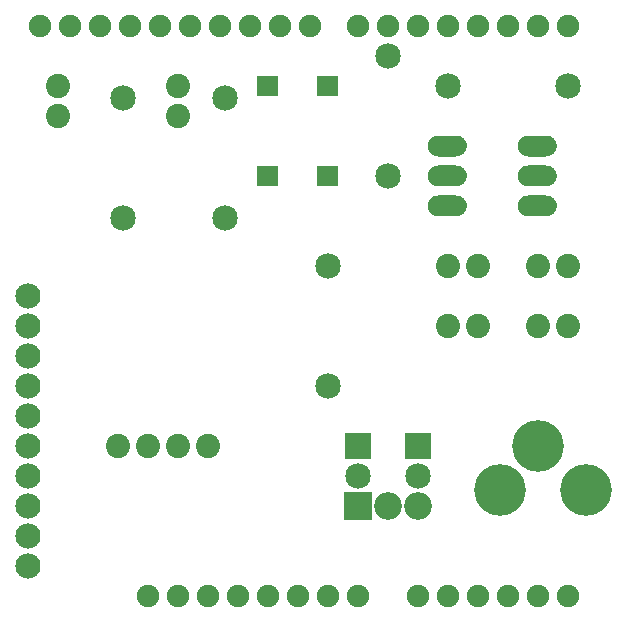
<source format=gts>
G04 MADE WITH FRITZING*
G04 WWW.FRITZING.ORG*
G04 DOUBLE SIDED*
G04 HOLES PLATED*
G04 CONTOUR ON CENTER OF CONTOUR VECTOR*
%ASAXBY*%
%FSLAX23Y23*%
%MOIN*%
%OFA0B0*%
%SFA1.0B1.0*%
%ADD10C,0.172000*%
%ADD11C,0.069370*%
%ADD12C,0.075278*%
%ADD13C,0.084000*%
%ADD14C,0.092000*%
%ADD15C,0.080866*%
%ADD16C,0.085000*%
%ADD17C,0.070000*%
%ADD18R,0.092000X0.092000*%
%ADD19R,0.085000X0.085000*%
%ADD20R,0.001000X0.001000*%
%LNMASK1*%
G90*
G70*
G54D10*
X1830Y450D03*
X2118Y451D03*
X1955Y598D03*
X1830Y450D03*
X2118Y451D03*
X1955Y598D03*
G54D11*
X1255Y1798D03*
X1255Y1498D03*
X1055Y1798D03*
X1055Y1498D03*
X1255Y1798D03*
X1255Y1498D03*
X1055Y1798D03*
X1055Y1498D03*
G54D12*
X1655Y98D03*
X1755Y98D03*
X1855Y98D03*
X1955Y98D03*
X2055Y98D03*
X1195Y1998D03*
X1095Y1998D03*
X995Y1998D03*
X895Y1998D03*
X795Y1998D03*
X695Y1998D03*
X595Y1998D03*
X495Y1998D03*
X395Y1998D03*
X295Y1998D03*
X2055Y1998D03*
X1955Y1998D03*
X1855Y1998D03*
X1755Y1998D03*
X1655Y1998D03*
X1555Y1998D03*
X1455Y1998D03*
X1355Y1998D03*
X755Y98D03*
X655Y98D03*
X855Y98D03*
X955Y98D03*
X1055Y98D03*
X1155Y98D03*
X1255Y98D03*
X1355Y98D03*
X1555Y98D03*
G54D13*
X255Y698D03*
X255Y798D03*
X255Y898D03*
X255Y798D03*
X255Y1098D03*
X255Y998D03*
X255Y598D03*
X255Y498D03*
X255Y398D03*
X255Y298D03*
X255Y198D03*
X255Y1098D03*
G54D14*
X1355Y398D03*
X1455Y398D03*
X1555Y398D03*
X1355Y398D03*
X1455Y398D03*
X1555Y398D03*
G54D15*
X555Y598D03*
X655Y598D03*
X755Y598D03*
X855Y598D03*
X555Y598D03*
X655Y598D03*
X755Y598D03*
X855Y598D03*
G54D16*
X1355Y598D03*
X1355Y498D03*
X1355Y598D03*
X1355Y498D03*
X1555Y598D03*
X1555Y498D03*
X1555Y598D03*
X1555Y498D03*
G54D17*
X1655Y1398D03*
X1655Y1498D03*
X1655Y1598D03*
X1655Y1398D03*
X1655Y1498D03*
X1655Y1598D03*
X1655Y1398D03*
X1655Y1498D03*
X1655Y1598D03*
X1955Y1398D03*
X1955Y1498D03*
X1955Y1598D03*
X1955Y1398D03*
X1955Y1498D03*
X1955Y1598D03*
X1955Y1398D03*
X1955Y1498D03*
X1955Y1598D03*
G54D15*
X1655Y1198D03*
X1755Y1198D03*
X1655Y1198D03*
X1755Y1198D03*
X1655Y998D03*
X1755Y998D03*
X1655Y998D03*
X1755Y998D03*
X1955Y998D03*
X2055Y998D03*
X1955Y998D03*
X2055Y998D03*
X1955Y1198D03*
X2055Y1198D03*
X1955Y1198D03*
X2055Y1198D03*
X755Y1798D03*
X755Y1698D03*
X755Y1798D03*
X755Y1698D03*
X355Y1798D03*
X355Y1698D03*
X355Y1798D03*
X355Y1698D03*
G54D16*
X913Y1356D03*
X913Y1756D03*
X913Y1356D03*
X913Y1756D03*
X573Y1357D03*
X573Y1757D03*
X573Y1357D03*
X573Y1757D03*
X1455Y1498D03*
X1455Y1898D03*
X1455Y1498D03*
X1455Y1898D03*
X1655Y1798D03*
X2055Y1798D03*
X1655Y1798D03*
X2055Y1798D03*
X1255Y798D03*
X1255Y1198D03*
X1255Y798D03*
X1255Y1198D03*
G54D18*
X1355Y398D03*
X1355Y398D03*
G54D19*
X1355Y598D03*
X1355Y598D03*
X1555Y598D03*
X1555Y598D03*
G54D20*
X1020Y1832D02*
X1088Y1832D01*
X1220Y1832D02*
X1288Y1832D01*
X1020Y1831D02*
X1088Y1831D01*
X1220Y1831D02*
X1288Y1831D01*
X1020Y1830D02*
X1088Y1830D01*
X1220Y1830D02*
X1288Y1830D01*
X1020Y1829D02*
X1088Y1829D01*
X1220Y1829D02*
X1288Y1829D01*
X1020Y1828D02*
X1088Y1828D01*
X1220Y1828D02*
X1288Y1828D01*
X1020Y1827D02*
X1088Y1827D01*
X1220Y1827D02*
X1288Y1827D01*
X1020Y1826D02*
X1088Y1826D01*
X1220Y1826D02*
X1288Y1826D01*
X1020Y1825D02*
X1088Y1825D01*
X1220Y1825D02*
X1288Y1825D01*
X1020Y1824D02*
X1088Y1824D01*
X1220Y1824D02*
X1288Y1824D01*
X1020Y1823D02*
X1088Y1823D01*
X1220Y1823D02*
X1288Y1823D01*
X1020Y1822D02*
X1088Y1822D01*
X1220Y1822D02*
X1288Y1822D01*
X1020Y1821D02*
X1088Y1821D01*
X1220Y1821D02*
X1288Y1821D01*
X1020Y1820D02*
X1088Y1820D01*
X1220Y1820D02*
X1288Y1820D01*
X1020Y1819D02*
X1088Y1819D01*
X1220Y1819D02*
X1288Y1819D01*
X1020Y1818D02*
X1088Y1818D01*
X1220Y1818D02*
X1288Y1818D01*
X1020Y1817D02*
X1088Y1817D01*
X1220Y1817D02*
X1288Y1817D01*
X1020Y1816D02*
X1088Y1816D01*
X1220Y1816D02*
X1288Y1816D01*
X1020Y1815D02*
X1088Y1815D01*
X1220Y1815D02*
X1288Y1815D01*
X1020Y1814D02*
X1088Y1814D01*
X1220Y1814D02*
X1288Y1814D01*
X1020Y1813D02*
X1088Y1813D01*
X1220Y1813D02*
X1288Y1813D01*
X1020Y1812D02*
X1049Y1812D01*
X1059Y1812D02*
X1088Y1812D01*
X1220Y1812D02*
X1249Y1812D01*
X1259Y1812D02*
X1288Y1812D01*
X1020Y1811D02*
X1047Y1811D01*
X1061Y1811D02*
X1088Y1811D01*
X1220Y1811D02*
X1247Y1811D01*
X1261Y1811D02*
X1288Y1811D01*
X1020Y1810D02*
X1045Y1810D01*
X1063Y1810D02*
X1088Y1810D01*
X1220Y1810D02*
X1245Y1810D01*
X1263Y1810D02*
X1288Y1810D01*
X1020Y1809D02*
X1044Y1809D01*
X1064Y1809D02*
X1088Y1809D01*
X1220Y1809D02*
X1244Y1809D01*
X1264Y1809D02*
X1288Y1809D01*
X1020Y1808D02*
X1043Y1808D01*
X1065Y1808D02*
X1088Y1808D01*
X1220Y1808D02*
X1243Y1808D01*
X1265Y1808D02*
X1288Y1808D01*
X1020Y1807D02*
X1042Y1807D01*
X1066Y1807D02*
X1088Y1807D01*
X1220Y1807D02*
X1242Y1807D01*
X1266Y1807D02*
X1288Y1807D01*
X1020Y1806D02*
X1041Y1806D01*
X1067Y1806D02*
X1088Y1806D01*
X1220Y1806D02*
X1241Y1806D01*
X1267Y1806D02*
X1288Y1806D01*
X1020Y1805D02*
X1041Y1805D01*
X1067Y1805D02*
X1088Y1805D01*
X1220Y1805D02*
X1241Y1805D01*
X1267Y1805D02*
X1288Y1805D01*
X1020Y1804D02*
X1040Y1804D01*
X1068Y1804D02*
X1088Y1804D01*
X1220Y1804D02*
X1240Y1804D01*
X1268Y1804D02*
X1288Y1804D01*
X1020Y1803D02*
X1040Y1803D01*
X1068Y1803D02*
X1088Y1803D01*
X1220Y1803D02*
X1240Y1803D01*
X1268Y1803D02*
X1288Y1803D01*
X1020Y1802D02*
X1039Y1802D01*
X1069Y1802D02*
X1088Y1802D01*
X1220Y1802D02*
X1239Y1802D01*
X1269Y1802D02*
X1288Y1802D01*
X1020Y1801D02*
X1039Y1801D01*
X1069Y1801D02*
X1088Y1801D01*
X1220Y1801D02*
X1239Y1801D01*
X1269Y1801D02*
X1288Y1801D01*
X1020Y1800D02*
X1039Y1800D01*
X1069Y1800D02*
X1088Y1800D01*
X1220Y1800D02*
X1239Y1800D01*
X1269Y1800D02*
X1288Y1800D01*
X1020Y1799D02*
X1039Y1799D01*
X1069Y1799D02*
X1088Y1799D01*
X1220Y1799D02*
X1239Y1799D01*
X1269Y1799D02*
X1288Y1799D01*
X1020Y1798D02*
X1039Y1798D01*
X1069Y1798D02*
X1088Y1798D01*
X1220Y1798D02*
X1239Y1798D01*
X1269Y1798D02*
X1288Y1798D01*
X1020Y1797D02*
X1039Y1797D01*
X1069Y1797D02*
X1088Y1797D01*
X1220Y1797D02*
X1239Y1797D01*
X1269Y1797D02*
X1288Y1797D01*
X1020Y1796D02*
X1039Y1796D01*
X1069Y1796D02*
X1088Y1796D01*
X1220Y1796D02*
X1239Y1796D01*
X1269Y1796D02*
X1288Y1796D01*
X1020Y1795D02*
X1039Y1795D01*
X1069Y1795D02*
X1088Y1795D01*
X1220Y1795D02*
X1239Y1795D01*
X1269Y1795D02*
X1288Y1795D01*
X1020Y1794D02*
X1039Y1794D01*
X1069Y1794D02*
X1088Y1794D01*
X1220Y1794D02*
X1239Y1794D01*
X1269Y1794D02*
X1288Y1794D01*
X1020Y1793D02*
X1040Y1793D01*
X1068Y1793D02*
X1088Y1793D01*
X1220Y1793D02*
X1240Y1793D01*
X1268Y1793D02*
X1288Y1793D01*
X1020Y1792D02*
X1040Y1792D01*
X1068Y1792D02*
X1088Y1792D01*
X1220Y1792D02*
X1240Y1792D01*
X1268Y1792D02*
X1288Y1792D01*
X1020Y1791D02*
X1041Y1791D01*
X1068Y1791D02*
X1088Y1791D01*
X1220Y1791D02*
X1241Y1791D01*
X1268Y1791D02*
X1288Y1791D01*
X1020Y1790D02*
X1041Y1790D01*
X1067Y1790D02*
X1088Y1790D01*
X1220Y1790D02*
X1241Y1790D01*
X1267Y1790D02*
X1288Y1790D01*
X1020Y1789D02*
X1042Y1789D01*
X1066Y1789D02*
X1088Y1789D01*
X1220Y1789D02*
X1242Y1789D01*
X1266Y1789D02*
X1288Y1789D01*
X1020Y1788D02*
X1043Y1788D01*
X1065Y1788D02*
X1088Y1788D01*
X1220Y1788D02*
X1243Y1788D01*
X1265Y1788D02*
X1288Y1788D01*
X1020Y1787D02*
X1044Y1787D01*
X1064Y1787D02*
X1088Y1787D01*
X1220Y1787D02*
X1244Y1787D01*
X1264Y1787D02*
X1288Y1787D01*
X1020Y1786D02*
X1045Y1786D01*
X1063Y1786D02*
X1088Y1786D01*
X1220Y1786D02*
X1245Y1786D01*
X1263Y1786D02*
X1288Y1786D01*
X1020Y1785D02*
X1047Y1785D01*
X1062Y1785D02*
X1088Y1785D01*
X1220Y1785D02*
X1247Y1785D01*
X1262Y1785D02*
X1288Y1785D01*
X1020Y1784D02*
X1049Y1784D01*
X1059Y1784D02*
X1088Y1784D01*
X1220Y1784D02*
X1249Y1784D01*
X1259Y1784D02*
X1288Y1784D01*
X1020Y1783D02*
X1088Y1783D01*
X1220Y1783D02*
X1288Y1783D01*
X1020Y1782D02*
X1088Y1782D01*
X1220Y1782D02*
X1288Y1782D01*
X1020Y1781D02*
X1088Y1781D01*
X1220Y1781D02*
X1288Y1781D01*
X1020Y1780D02*
X1088Y1780D01*
X1220Y1780D02*
X1288Y1780D01*
X1020Y1779D02*
X1088Y1779D01*
X1220Y1779D02*
X1288Y1779D01*
X1020Y1778D02*
X1088Y1778D01*
X1220Y1778D02*
X1288Y1778D01*
X1020Y1777D02*
X1088Y1777D01*
X1220Y1777D02*
X1288Y1777D01*
X1020Y1776D02*
X1088Y1776D01*
X1220Y1776D02*
X1288Y1776D01*
X1020Y1775D02*
X1088Y1775D01*
X1220Y1775D02*
X1288Y1775D01*
X1020Y1774D02*
X1088Y1774D01*
X1220Y1774D02*
X1288Y1774D01*
X1020Y1773D02*
X1088Y1773D01*
X1220Y1773D02*
X1288Y1773D01*
X1020Y1772D02*
X1088Y1772D01*
X1220Y1772D02*
X1288Y1772D01*
X1020Y1771D02*
X1088Y1771D01*
X1220Y1771D02*
X1288Y1771D01*
X1020Y1770D02*
X1088Y1770D01*
X1220Y1770D02*
X1288Y1770D01*
X1020Y1769D02*
X1088Y1769D01*
X1220Y1769D02*
X1288Y1769D01*
X1020Y1768D02*
X1088Y1768D01*
X1220Y1768D02*
X1288Y1768D01*
X1020Y1767D02*
X1088Y1767D01*
X1220Y1767D02*
X1288Y1767D01*
X1020Y1766D02*
X1088Y1766D01*
X1220Y1766D02*
X1288Y1766D01*
X1020Y1765D02*
X1088Y1765D01*
X1220Y1765D02*
X1288Y1765D01*
X1020Y1764D02*
X1088Y1764D01*
X1220Y1764D02*
X1288Y1764D01*
X1617Y1632D02*
X1691Y1632D01*
X1917Y1632D02*
X1991Y1632D01*
X1613Y1631D02*
X1695Y1631D01*
X1913Y1631D02*
X1995Y1631D01*
X1611Y1630D02*
X1697Y1630D01*
X1911Y1630D02*
X1997Y1630D01*
X1609Y1629D02*
X1700Y1629D01*
X1909Y1629D02*
X2000Y1629D01*
X1607Y1628D02*
X1701Y1628D01*
X1907Y1628D02*
X2001Y1628D01*
X1605Y1627D02*
X1703Y1627D01*
X1905Y1627D02*
X2003Y1627D01*
X1604Y1626D02*
X1704Y1626D01*
X1904Y1626D02*
X2004Y1626D01*
X1602Y1625D02*
X1706Y1625D01*
X1902Y1625D02*
X2006Y1625D01*
X1601Y1624D02*
X1707Y1624D01*
X1901Y1624D02*
X2007Y1624D01*
X1600Y1623D02*
X1708Y1623D01*
X1900Y1623D02*
X2008Y1623D01*
X1599Y1622D02*
X1709Y1622D01*
X1899Y1622D02*
X2009Y1622D01*
X1598Y1621D02*
X1710Y1621D01*
X1898Y1621D02*
X2010Y1621D01*
X1597Y1620D02*
X1711Y1620D01*
X1897Y1620D02*
X2011Y1620D01*
X1597Y1619D02*
X1711Y1619D01*
X1897Y1619D02*
X2011Y1619D01*
X1596Y1618D02*
X1712Y1618D01*
X1896Y1618D02*
X2012Y1618D01*
X1595Y1617D02*
X1713Y1617D01*
X1895Y1617D02*
X2013Y1617D01*
X1595Y1616D02*
X1713Y1616D01*
X1895Y1616D02*
X2013Y1616D01*
X1594Y1615D02*
X1714Y1615D01*
X1894Y1615D02*
X2014Y1615D01*
X1594Y1614D02*
X1715Y1614D01*
X1894Y1614D02*
X2015Y1614D01*
X1593Y1613D02*
X1715Y1613D01*
X1893Y1613D02*
X2015Y1613D01*
X1593Y1612D02*
X1648Y1612D01*
X1660Y1612D02*
X1716Y1612D01*
X1893Y1612D02*
X1948Y1612D01*
X1960Y1612D02*
X2015Y1612D01*
X1592Y1611D02*
X1646Y1611D01*
X1662Y1611D02*
X1716Y1611D01*
X1892Y1611D02*
X1946Y1611D01*
X1962Y1611D02*
X2016Y1611D01*
X1592Y1610D02*
X1645Y1610D01*
X1664Y1610D02*
X1716Y1610D01*
X1892Y1610D02*
X1945Y1610D01*
X1963Y1610D02*
X2016Y1610D01*
X1591Y1609D02*
X1643Y1609D01*
X1665Y1609D02*
X1717Y1609D01*
X1891Y1609D02*
X1943Y1609D01*
X1965Y1609D02*
X2017Y1609D01*
X1591Y1608D02*
X1642Y1608D01*
X1666Y1608D02*
X1717Y1608D01*
X1891Y1608D02*
X1942Y1608D01*
X1966Y1608D02*
X2017Y1608D01*
X1591Y1607D02*
X1642Y1607D01*
X1667Y1607D02*
X1717Y1607D01*
X1891Y1607D02*
X1942Y1607D01*
X1966Y1607D02*
X2017Y1607D01*
X1591Y1606D02*
X1641Y1606D01*
X1667Y1606D02*
X1718Y1606D01*
X1891Y1606D02*
X1941Y1606D01*
X1967Y1606D02*
X2017Y1606D01*
X1590Y1605D02*
X1640Y1605D01*
X1668Y1605D02*
X1718Y1605D01*
X1890Y1605D02*
X1940Y1605D01*
X1968Y1605D02*
X2018Y1605D01*
X1590Y1604D02*
X1640Y1604D01*
X1668Y1604D02*
X1718Y1604D01*
X1890Y1604D02*
X1940Y1604D01*
X1968Y1604D02*
X2018Y1604D01*
X1590Y1603D02*
X1639Y1603D01*
X1669Y1603D02*
X1718Y1603D01*
X1890Y1603D02*
X1939Y1603D01*
X1969Y1603D02*
X2018Y1603D01*
X1590Y1602D02*
X1639Y1602D01*
X1669Y1602D02*
X1718Y1602D01*
X1890Y1602D02*
X1939Y1602D01*
X1969Y1602D02*
X2018Y1602D01*
X1590Y1601D02*
X1639Y1601D01*
X1669Y1601D02*
X1718Y1601D01*
X1890Y1601D02*
X1939Y1601D01*
X1969Y1601D02*
X2018Y1601D01*
X1590Y1600D02*
X1639Y1600D01*
X1669Y1600D02*
X1718Y1600D01*
X1890Y1600D02*
X1939Y1600D01*
X1969Y1600D02*
X2018Y1600D01*
X1590Y1599D02*
X1639Y1599D01*
X1669Y1599D02*
X1718Y1599D01*
X1890Y1599D02*
X1939Y1599D01*
X1969Y1599D02*
X2018Y1599D01*
X1590Y1598D02*
X1639Y1598D01*
X1670Y1598D02*
X1719Y1598D01*
X1890Y1598D02*
X1939Y1598D01*
X1969Y1598D02*
X2019Y1598D01*
X1590Y1597D02*
X1639Y1597D01*
X1669Y1597D02*
X1718Y1597D01*
X1890Y1597D02*
X1939Y1597D01*
X1969Y1597D02*
X2018Y1597D01*
X1590Y1596D02*
X1639Y1596D01*
X1669Y1596D02*
X1718Y1596D01*
X1890Y1596D02*
X1939Y1596D01*
X1969Y1596D02*
X2018Y1596D01*
X1590Y1595D02*
X1639Y1595D01*
X1669Y1595D02*
X1718Y1595D01*
X1890Y1595D02*
X1939Y1595D01*
X1969Y1595D02*
X2018Y1595D01*
X1590Y1594D02*
X1639Y1594D01*
X1669Y1594D02*
X1718Y1594D01*
X1890Y1594D02*
X1939Y1594D01*
X1969Y1594D02*
X2018Y1594D01*
X1590Y1593D02*
X1639Y1593D01*
X1669Y1593D02*
X1718Y1593D01*
X1890Y1593D02*
X1939Y1593D01*
X1969Y1593D02*
X2018Y1593D01*
X1590Y1592D02*
X1640Y1592D01*
X1668Y1592D02*
X1718Y1592D01*
X1890Y1592D02*
X1940Y1592D01*
X1968Y1592D02*
X2018Y1592D01*
X1590Y1591D02*
X1640Y1591D01*
X1668Y1591D02*
X1718Y1591D01*
X1890Y1591D02*
X1940Y1591D01*
X1968Y1591D02*
X2018Y1591D01*
X1591Y1590D02*
X1641Y1590D01*
X1667Y1590D02*
X1718Y1590D01*
X1891Y1590D02*
X1941Y1590D01*
X1967Y1590D02*
X2017Y1590D01*
X1591Y1589D02*
X1642Y1589D01*
X1667Y1589D02*
X1717Y1589D01*
X1891Y1589D02*
X1942Y1589D01*
X1966Y1589D02*
X2017Y1589D01*
X1591Y1588D02*
X1642Y1588D01*
X1666Y1588D02*
X1717Y1588D01*
X1891Y1588D02*
X1942Y1588D01*
X1966Y1588D02*
X2017Y1588D01*
X1591Y1587D02*
X1643Y1587D01*
X1665Y1587D02*
X1717Y1587D01*
X1891Y1587D02*
X1943Y1587D01*
X1965Y1587D02*
X2017Y1587D01*
X1592Y1586D02*
X1645Y1586D01*
X1664Y1586D02*
X1716Y1586D01*
X1892Y1586D02*
X1945Y1586D01*
X1963Y1586D02*
X2016Y1586D01*
X1592Y1585D02*
X1646Y1585D01*
X1662Y1585D02*
X1716Y1585D01*
X1892Y1585D02*
X1946Y1585D01*
X1962Y1585D02*
X2016Y1585D01*
X1593Y1584D02*
X1648Y1584D01*
X1660Y1584D02*
X1716Y1584D01*
X1893Y1584D02*
X1948Y1584D01*
X1960Y1584D02*
X2015Y1584D01*
X1593Y1583D02*
X1715Y1583D01*
X1893Y1583D02*
X2015Y1583D01*
X1594Y1582D02*
X1715Y1582D01*
X1894Y1582D02*
X2015Y1582D01*
X1594Y1581D02*
X1714Y1581D01*
X1894Y1581D02*
X2014Y1581D01*
X1595Y1580D02*
X1713Y1580D01*
X1895Y1580D02*
X2013Y1580D01*
X1595Y1579D02*
X1713Y1579D01*
X1895Y1579D02*
X2013Y1579D01*
X1596Y1578D02*
X1712Y1578D01*
X1896Y1578D02*
X2012Y1578D01*
X1597Y1577D02*
X1711Y1577D01*
X1897Y1577D02*
X2011Y1577D01*
X1597Y1576D02*
X1711Y1576D01*
X1897Y1576D02*
X2011Y1576D01*
X1598Y1575D02*
X1710Y1575D01*
X1898Y1575D02*
X2010Y1575D01*
X1599Y1574D02*
X1709Y1574D01*
X1899Y1574D02*
X2009Y1574D01*
X1600Y1573D02*
X1708Y1573D01*
X1900Y1573D02*
X2008Y1573D01*
X1601Y1572D02*
X1707Y1572D01*
X1901Y1572D02*
X2007Y1572D01*
X1602Y1571D02*
X1706Y1571D01*
X1902Y1571D02*
X2006Y1571D01*
X1604Y1570D02*
X1704Y1570D01*
X1904Y1570D02*
X2004Y1570D01*
X1605Y1569D02*
X1703Y1569D01*
X1905Y1569D02*
X2003Y1569D01*
X1607Y1568D02*
X1701Y1568D01*
X1907Y1568D02*
X2001Y1568D01*
X1609Y1567D02*
X1700Y1567D01*
X1909Y1567D02*
X2000Y1567D01*
X1611Y1566D02*
X1697Y1566D01*
X1911Y1566D02*
X1997Y1566D01*
X1613Y1565D02*
X1695Y1565D01*
X1913Y1565D02*
X1995Y1565D01*
X1617Y1564D02*
X1691Y1564D01*
X1917Y1564D02*
X1991Y1564D01*
X1625Y1563D02*
X1683Y1563D01*
X1925Y1563D02*
X1983Y1563D01*
X1624Y1533D02*
X1684Y1533D01*
X1924Y1533D02*
X1984Y1533D01*
X1020Y1532D02*
X1088Y1532D01*
X1220Y1532D02*
X1288Y1532D01*
X1617Y1532D02*
X1692Y1532D01*
X1917Y1532D02*
X1991Y1532D01*
X1020Y1531D02*
X1088Y1531D01*
X1220Y1531D02*
X1288Y1531D01*
X1613Y1531D02*
X1695Y1531D01*
X1913Y1531D02*
X1995Y1531D01*
X1020Y1530D02*
X1088Y1530D01*
X1220Y1530D02*
X1288Y1530D01*
X1611Y1530D02*
X1697Y1530D01*
X1911Y1530D02*
X1997Y1530D01*
X1020Y1529D02*
X1088Y1529D01*
X1220Y1529D02*
X1288Y1529D01*
X1609Y1529D02*
X1700Y1529D01*
X1908Y1529D02*
X2000Y1529D01*
X1020Y1528D02*
X1088Y1528D01*
X1220Y1528D02*
X1288Y1528D01*
X1607Y1528D02*
X1701Y1528D01*
X1907Y1528D02*
X2001Y1528D01*
X1020Y1527D02*
X1088Y1527D01*
X1220Y1527D02*
X1288Y1527D01*
X1605Y1527D02*
X1703Y1527D01*
X1905Y1527D02*
X2003Y1527D01*
X1020Y1526D02*
X1088Y1526D01*
X1220Y1526D02*
X1288Y1526D01*
X1604Y1526D02*
X1704Y1526D01*
X1904Y1526D02*
X2004Y1526D01*
X1020Y1525D02*
X1088Y1525D01*
X1220Y1525D02*
X1288Y1525D01*
X1602Y1525D02*
X1706Y1525D01*
X1902Y1525D02*
X2006Y1525D01*
X1020Y1524D02*
X1088Y1524D01*
X1220Y1524D02*
X1288Y1524D01*
X1601Y1524D02*
X1707Y1524D01*
X1901Y1524D02*
X2007Y1524D01*
X1020Y1523D02*
X1088Y1523D01*
X1220Y1523D02*
X1288Y1523D01*
X1600Y1523D02*
X1708Y1523D01*
X1900Y1523D02*
X2008Y1523D01*
X1020Y1522D02*
X1088Y1522D01*
X1220Y1522D02*
X1288Y1522D01*
X1599Y1522D02*
X1709Y1522D01*
X1899Y1522D02*
X2009Y1522D01*
X1020Y1521D02*
X1088Y1521D01*
X1220Y1521D02*
X1288Y1521D01*
X1598Y1521D02*
X1710Y1521D01*
X1898Y1521D02*
X2010Y1521D01*
X1020Y1520D02*
X1088Y1520D01*
X1220Y1520D02*
X1288Y1520D01*
X1597Y1520D02*
X1711Y1520D01*
X1897Y1520D02*
X2011Y1520D01*
X1020Y1519D02*
X1088Y1519D01*
X1220Y1519D02*
X1288Y1519D01*
X1597Y1519D02*
X1711Y1519D01*
X1897Y1519D02*
X2011Y1519D01*
X1020Y1518D02*
X1088Y1518D01*
X1220Y1518D02*
X1288Y1518D01*
X1596Y1518D02*
X1712Y1518D01*
X1896Y1518D02*
X2012Y1518D01*
X1020Y1517D02*
X1088Y1517D01*
X1220Y1517D02*
X1288Y1517D01*
X1595Y1517D02*
X1713Y1517D01*
X1895Y1517D02*
X2013Y1517D01*
X1020Y1516D02*
X1088Y1516D01*
X1220Y1516D02*
X1288Y1516D01*
X1595Y1516D02*
X1713Y1516D01*
X1895Y1516D02*
X2013Y1516D01*
X1020Y1515D02*
X1088Y1515D01*
X1220Y1515D02*
X1288Y1515D01*
X1594Y1515D02*
X1714Y1515D01*
X1894Y1515D02*
X2014Y1515D01*
X1020Y1514D02*
X1088Y1514D01*
X1220Y1514D02*
X1288Y1514D01*
X1594Y1514D02*
X1715Y1514D01*
X1894Y1514D02*
X2015Y1514D01*
X1020Y1513D02*
X1088Y1513D01*
X1220Y1513D02*
X1288Y1513D01*
X1593Y1513D02*
X1715Y1513D01*
X1893Y1513D02*
X2015Y1513D01*
X1020Y1512D02*
X1049Y1512D01*
X1059Y1512D02*
X1088Y1512D01*
X1220Y1512D02*
X1249Y1512D01*
X1259Y1512D02*
X1288Y1512D01*
X1593Y1512D02*
X1648Y1512D01*
X1660Y1512D02*
X1716Y1512D01*
X1893Y1512D02*
X1948Y1512D01*
X1960Y1512D02*
X2015Y1512D01*
X1020Y1511D02*
X1047Y1511D01*
X1061Y1511D02*
X1088Y1511D01*
X1220Y1511D02*
X1247Y1511D01*
X1261Y1511D02*
X1288Y1511D01*
X1592Y1511D02*
X1646Y1511D01*
X1662Y1511D02*
X1716Y1511D01*
X1892Y1511D02*
X1946Y1511D01*
X1962Y1511D02*
X2016Y1511D01*
X1020Y1510D02*
X1045Y1510D01*
X1063Y1510D02*
X1088Y1510D01*
X1220Y1510D02*
X1245Y1510D01*
X1263Y1510D02*
X1288Y1510D01*
X1592Y1510D02*
X1645Y1510D01*
X1664Y1510D02*
X1716Y1510D01*
X1892Y1510D02*
X1945Y1510D01*
X1964Y1510D02*
X2016Y1510D01*
X1020Y1509D02*
X1044Y1509D01*
X1064Y1509D02*
X1088Y1509D01*
X1220Y1509D02*
X1244Y1509D01*
X1264Y1509D02*
X1288Y1509D01*
X1591Y1509D02*
X1643Y1509D01*
X1665Y1509D02*
X1717Y1509D01*
X1891Y1509D02*
X1943Y1509D01*
X1965Y1509D02*
X2017Y1509D01*
X1020Y1508D02*
X1043Y1508D01*
X1065Y1508D02*
X1088Y1508D01*
X1220Y1508D02*
X1243Y1508D01*
X1265Y1508D02*
X1288Y1508D01*
X1591Y1508D02*
X1642Y1508D01*
X1666Y1508D02*
X1717Y1508D01*
X1891Y1508D02*
X1942Y1508D01*
X1966Y1508D02*
X2017Y1508D01*
X1020Y1507D02*
X1042Y1507D01*
X1066Y1507D02*
X1088Y1507D01*
X1220Y1507D02*
X1242Y1507D01*
X1266Y1507D02*
X1288Y1507D01*
X1591Y1507D02*
X1642Y1507D01*
X1667Y1507D02*
X1717Y1507D01*
X1891Y1507D02*
X1942Y1507D01*
X1967Y1507D02*
X2017Y1507D01*
X1020Y1506D02*
X1041Y1506D01*
X1067Y1506D02*
X1088Y1506D01*
X1220Y1506D02*
X1241Y1506D01*
X1267Y1506D02*
X1288Y1506D01*
X1591Y1506D02*
X1641Y1506D01*
X1667Y1506D02*
X1718Y1506D01*
X1891Y1506D02*
X1941Y1506D01*
X1967Y1506D02*
X2017Y1506D01*
X1020Y1505D02*
X1041Y1505D01*
X1068Y1505D02*
X1088Y1505D01*
X1220Y1505D02*
X1241Y1505D01*
X1268Y1505D02*
X1288Y1505D01*
X1590Y1505D02*
X1640Y1505D01*
X1668Y1505D02*
X1718Y1505D01*
X1890Y1505D02*
X1940Y1505D01*
X1968Y1505D02*
X2018Y1505D01*
X1020Y1504D02*
X1040Y1504D01*
X1068Y1504D02*
X1088Y1504D01*
X1220Y1504D02*
X1240Y1504D01*
X1268Y1504D02*
X1288Y1504D01*
X1590Y1504D02*
X1640Y1504D01*
X1668Y1504D02*
X1718Y1504D01*
X1890Y1504D02*
X1940Y1504D01*
X1968Y1504D02*
X2018Y1504D01*
X1020Y1503D02*
X1040Y1503D01*
X1068Y1503D02*
X1088Y1503D01*
X1220Y1503D02*
X1240Y1503D01*
X1268Y1503D02*
X1288Y1503D01*
X1590Y1503D02*
X1639Y1503D01*
X1669Y1503D02*
X1718Y1503D01*
X1890Y1503D02*
X1939Y1503D01*
X1969Y1503D02*
X2018Y1503D01*
X1020Y1502D02*
X1039Y1502D01*
X1069Y1502D02*
X1088Y1502D01*
X1220Y1502D02*
X1239Y1502D01*
X1269Y1502D02*
X1288Y1502D01*
X1590Y1502D02*
X1639Y1502D01*
X1669Y1502D02*
X1718Y1502D01*
X1890Y1502D02*
X1939Y1502D01*
X1969Y1502D02*
X2018Y1502D01*
X1020Y1501D02*
X1039Y1501D01*
X1069Y1501D02*
X1088Y1501D01*
X1220Y1501D02*
X1239Y1501D01*
X1269Y1501D02*
X1288Y1501D01*
X1590Y1501D02*
X1639Y1501D01*
X1669Y1501D02*
X1718Y1501D01*
X1890Y1501D02*
X1939Y1501D01*
X1969Y1501D02*
X2018Y1501D01*
X1020Y1500D02*
X1039Y1500D01*
X1069Y1500D02*
X1088Y1500D01*
X1220Y1500D02*
X1239Y1500D01*
X1269Y1500D02*
X1288Y1500D01*
X1590Y1500D02*
X1639Y1500D01*
X1669Y1500D02*
X1718Y1500D01*
X1890Y1500D02*
X1939Y1500D01*
X1969Y1500D02*
X2018Y1500D01*
X1020Y1499D02*
X1039Y1499D01*
X1069Y1499D02*
X1088Y1499D01*
X1220Y1499D02*
X1239Y1499D01*
X1269Y1499D02*
X1288Y1499D01*
X1590Y1499D02*
X1639Y1499D01*
X1669Y1499D02*
X1718Y1499D01*
X1890Y1499D02*
X1939Y1499D01*
X1969Y1499D02*
X2018Y1499D01*
X1020Y1498D02*
X1039Y1498D01*
X1069Y1498D02*
X1088Y1498D01*
X1220Y1498D02*
X1239Y1498D01*
X1269Y1498D02*
X1288Y1498D01*
X1590Y1498D02*
X1639Y1498D01*
X1670Y1498D02*
X1719Y1498D01*
X1890Y1498D02*
X1939Y1498D01*
X1969Y1498D02*
X2019Y1498D01*
X1020Y1497D02*
X1039Y1497D01*
X1069Y1497D02*
X1088Y1497D01*
X1220Y1497D02*
X1239Y1497D01*
X1269Y1497D02*
X1288Y1497D01*
X1590Y1497D02*
X1639Y1497D01*
X1669Y1497D02*
X1718Y1497D01*
X1890Y1497D02*
X1939Y1497D01*
X1969Y1497D02*
X2018Y1497D01*
X1020Y1496D02*
X1039Y1496D01*
X1069Y1496D02*
X1088Y1496D01*
X1220Y1496D02*
X1239Y1496D01*
X1269Y1496D02*
X1288Y1496D01*
X1590Y1496D02*
X1639Y1496D01*
X1669Y1496D02*
X1718Y1496D01*
X1890Y1496D02*
X1939Y1496D01*
X1969Y1496D02*
X2018Y1496D01*
X1020Y1495D02*
X1039Y1495D01*
X1069Y1495D02*
X1088Y1495D01*
X1220Y1495D02*
X1239Y1495D01*
X1269Y1495D02*
X1288Y1495D01*
X1590Y1495D02*
X1639Y1495D01*
X1669Y1495D02*
X1718Y1495D01*
X1890Y1495D02*
X1939Y1495D01*
X1969Y1495D02*
X2018Y1495D01*
X1020Y1494D02*
X1039Y1494D01*
X1069Y1494D02*
X1088Y1494D01*
X1220Y1494D02*
X1239Y1494D01*
X1269Y1494D02*
X1288Y1494D01*
X1590Y1494D02*
X1639Y1494D01*
X1669Y1494D02*
X1718Y1494D01*
X1890Y1494D02*
X1939Y1494D01*
X1969Y1494D02*
X2018Y1494D01*
X1020Y1493D02*
X1040Y1493D01*
X1068Y1493D02*
X1088Y1493D01*
X1220Y1493D02*
X1240Y1493D01*
X1268Y1493D02*
X1288Y1493D01*
X1590Y1493D02*
X1639Y1493D01*
X1669Y1493D02*
X1718Y1493D01*
X1890Y1493D02*
X1939Y1493D01*
X1969Y1493D02*
X2018Y1493D01*
X1020Y1492D02*
X1040Y1492D01*
X1068Y1492D02*
X1088Y1492D01*
X1220Y1492D02*
X1240Y1492D01*
X1268Y1492D02*
X1288Y1492D01*
X1590Y1492D02*
X1640Y1492D01*
X1668Y1492D02*
X1718Y1492D01*
X1890Y1492D02*
X1940Y1492D01*
X1968Y1492D02*
X2018Y1492D01*
X1020Y1491D02*
X1041Y1491D01*
X1068Y1491D02*
X1088Y1491D01*
X1220Y1491D02*
X1241Y1491D01*
X1267Y1491D02*
X1288Y1491D01*
X1590Y1491D02*
X1640Y1491D01*
X1668Y1491D02*
X1718Y1491D01*
X1890Y1491D02*
X1940Y1491D01*
X1968Y1491D02*
X2018Y1491D01*
X1020Y1490D02*
X1041Y1490D01*
X1067Y1490D02*
X1088Y1490D01*
X1220Y1490D02*
X1241Y1490D01*
X1267Y1490D02*
X1288Y1490D01*
X1591Y1490D02*
X1641Y1490D01*
X1667Y1490D02*
X1718Y1490D01*
X1891Y1490D02*
X1941Y1490D01*
X1967Y1490D02*
X2017Y1490D01*
X1020Y1489D02*
X1042Y1489D01*
X1066Y1489D02*
X1088Y1489D01*
X1220Y1489D02*
X1242Y1489D01*
X1266Y1489D02*
X1288Y1489D01*
X1591Y1489D02*
X1642Y1489D01*
X1666Y1489D02*
X1717Y1489D01*
X1891Y1489D02*
X1942Y1489D01*
X1966Y1489D02*
X2017Y1489D01*
X1020Y1488D02*
X1043Y1488D01*
X1065Y1488D02*
X1088Y1488D01*
X1220Y1488D02*
X1243Y1488D01*
X1265Y1488D02*
X1288Y1488D01*
X1591Y1488D02*
X1642Y1488D01*
X1666Y1488D02*
X1717Y1488D01*
X1891Y1488D02*
X1942Y1488D01*
X1966Y1488D02*
X2017Y1488D01*
X1020Y1487D02*
X1044Y1487D01*
X1064Y1487D02*
X1088Y1487D01*
X1220Y1487D02*
X1244Y1487D01*
X1264Y1487D02*
X1288Y1487D01*
X1591Y1487D02*
X1643Y1487D01*
X1665Y1487D02*
X1717Y1487D01*
X1891Y1487D02*
X1943Y1487D01*
X1965Y1487D02*
X2017Y1487D01*
X1020Y1486D02*
X1045Y1486D01*
X1063Y1486D02*
X1088Y1486D01*
X1220Y1486D02*
X1245Y1486D01*
X1263Y1486D02*
X1288Y1486D01*
X1592Y1486D02*
X1645Y1486D01*
X1663Y1486D02*
X1716Y1486D01*
X1892Y1486D02*
X1945Y1486D01*
X1963Y1486D02*
X2016Y1486D01*
X1020Y1485D02*
X1047Y1485D01*
X1061Y1485D02*
X1088Y1485D01*
X1220Y1485D02*
X1247Y1485D01*
X1261Y1485D02*
X1288Y1485D01*
X1592Y1485D02*
X1646Y1485D01*
X1662Y1485D02*
X1716Y1485D01*
X1892Y1485D02*
X1946Y1485D01*
X1962Y1485D02*
X2016Y1485D01*
X1020Y1484D02*
X1049Y1484D01*
X1059Y1484D02*
X1088Y1484D01*
X1220Y1484D02*
X1249Y1484D01*
X1259Y1484D02*
X1288Y1484D01*
X1593Y1484D02*
X1648Y1484D01*
X1660Y1484D02*
X1715Y1484D01*
X1893Y1484D02*
X1948Y1484D01*
X1960Y1484D02*
X2015Y1484D01*
X1020Y1483D02*
X1088Y1483D01*
X1220Y1483D02*
X1288Y1483D01*
X1593Y1483D02*
X1715Y1483D01*
X1893Y1483D02*
X2015Y1483D01*
X1020Y1482D02*
X1088Y1482D01*
X1220Y1482D02*
X1288Y1482D01*
X1594Y1482D02*
X1715Y1482D01*
X1894Y1482D02*
X2015Y1482D01*
X1020Y1481D02*
X1088Y1481D01*
X1220Y1481D02*
X1288Y1481D01*
X1594Y1481D02*
X1714Y1481D01*
X1894Y1481D02*
X2014Y1481D01*
X1020Y1480D02*
X1088Y1480D01*
X1220Y1480D02*
X1288Y1480D01*
X1595Y1480D02*
X1713Y1480D01*
X1895Y1480D02*
X2013Y1480D01*
X1020Y1479D02*
X1088Y1479D01*
X1220Y1479D02*
X1288Y1479D01*
X1595Y1479D02*
X1713Y1479D01*
X1895Y1479D02*
X2013Y1479D01*
X1020Y1478D02*
X1088Y1478D01*
X1220Y1478D02*
X1288Y1478D01*
X1596Y1478D02*
X1712Y1478D01*
X1896Y1478D02*
X2012Y1478D01*
X1020Y1477D02*
X1088Y1477D01*
X1220Y1477D02*
X1288Y1477D01*
X1597Y1477D02*
X1711Y1477D01*
X1897Y1477D02*
X2011Y1477D01*
X1020Y1476D02*
X1088Y1476D01*
X1220Y1476D02*
X1288Y1476D01*
X1597Y1476D02*
X1711Y1476D01*
X1897Y1476D02*
X2011Y1476D01*
X1020Y1475D02*
X1088Y1475D01*
X1220Y1475D02*
X1288Y1475D01*
X1598Y1475D02*
X1710Y1475D01*
X1898Y1475D02*
X2010Y1475D01*
X1020Y1474D02*
X1088Y1474D01*
X1220Y1474D02*
X1288Y1474D01*
X1599Y1474D02*
X1709Y1474D01*
X1899Y1474D02*
X2009Y1474D01*
X1020Y1473D02*
X1088Y1473D01*
X1220Y1473D02*
X1288Y1473D01*
X1600Y1473D02*
X1708Y1473D01*
X1900Y1473D02*
X2008Y1473D01*
X1020Y1472D02*
X1088Y1472D01*
X1220Y1472D02*
X1288Y1472D01*
X1601Y1472D02*
X1707Y1472D01*
X1901Y1472D02*
X2007Y1472D01*
X1020Y1471D02*
X1088Y1471D01*
X1220Y1471D02*
X1288Y1471D01*
X1602Y1471D02*
X1706Y1471D01*
X1902Y1471D02*
X2006Y1471D01*
X1020Y1470D02*
X1088Y1470D01*
X1220Y1470D02*
X1288Y1470D01*
X1604Y1470D02*
X1704Y1470D01*
X1904Y1470D02*
X2004Y1470D01*
X1020Y1469D02*
X1088Y1469D01*
X1220Y1469D02*
X1288Y1469D01*
X1605Y1469D02*
X1703Y1469D01*
X1905Y1469D02*
X2003Y1469D01*
X1020Y1468D02*
X1088Y1468D01*
X1220Y1468D02*
X1288Y1468D01*
X1607Y1468D02*
X1701Y1468D01*
X1907Y1468D02*
X2001Y1468D01*
X1020Y1467D02*
X1088Y1467D01*
X1220Y1467D02*
X1288Y1467D01*
X1609Y1467D02*
X1699Y1467D01*
X1909Y1467D02*
X1999Y1467D01*
X1020Y1466D02*
X1088Y1466D01*
X1220Y1466D02*
X1288Y1466D01*
X1611Y1466D02*
X1697Y1466D01*
X1911Y1466D02*
X1997Y1466D01*
X1020Y1465D02*
X1088Y1465D01*
X1220Y1465D02*
X1288Y1465D01*
X1613Y1465D02*
X1695Y1465D01*
X1913Y1465D02*
X1995Y1465D01*
X1020Y1464D02*
X1088Y1464D01*
X1220Y1464D02*
X1288Y1464D01*
X1617Y1464D02*
X1691Y1464D01*
X1917Y1464D02*
X1991Y1464D01*
X1624Y1433D02*
X1684Y1433D01*
X1924Y1433D02*
X1984Y1433D01*
X1617Y1432D02*
X1692Y1432D01*
X1916Y1432D02*
X1992Y1432D01*
X1613Y1431D02*
X1695Y1431D01*
X1913Y1431D02*
X1995Y1431D01*
X1611Y1430D02*
X1698Y1430D01*
X1911Y1430D02*
X1998Y1430D01*
X1608Y1429D02*
X1700Y1429D01*
X1908Y1429D02*
X2000Y1429D01*
X1607Y1428D02*
X1701Y1428D01*
X1907Y1428D02*
X2001Y1428D01*
X1605Y1427D02*
X1703Y1427D01*
X1905Y1427D02*
X2003Y1427D01*
X1604Y1426D02*
X1704Y1426D01*
X1904Y1426D02*
X2004Y1426D01*
X1602Y1425D02*
X1706Y1425D01*
X1902Y1425D02*
X2006Y1425D01*
X1601Y1424D02*
X1707Y1424D01*
X1901Y1424D02*
X2007Y1424D01*
X1600Y1423D02*
X1708Y1423D01*
X1900Y1423D02*
X2008Y1423D01*
X1599Y1422D02*
X1709Y1422D01*
X1899Y1422D02*
X2009Y1422D01*
X1598Y1421D02*
X1710Y1421D01*
X1898Y1421D02*
X2010Y1421D01*
X1597Y1420D02*
X1711Y1420D01*
X1897Y1420D02*
X2011Y1420D01*
X1597Y1419D02*
X1711Y1419D01*
X1897Y1419D02*
X2011Y1419D01*
X1596Y1418D02*
X1712Y1418D01*
X1896Y1418D02*
X2012Y1418D01*
X1595Y1417D02*
X1713Y1417D01*
X1895Y1417D02*
X2013Y1417D01*
X1595Y1416D02*
X1713Y1416D01*
X1895Y1416D02*
X2013Y1416D01*
X1594Y1415D02*
X1714Y1415D01*
X1894Y1415D02*
X2014Y1415D01*
X1594Y1414D02*
X1715Y1414D01*
X1893Y1414D02*
X2015Y1414D01*
X1593Y1413D02*
X1653Y1413D01*
X1655Y1413D02*
X1715Y1413D01*
X1893Y1413D02*
X1953Y1413D01*
X1955Y1413D02*
X2015Y1413D01*
X1593Y1412D02*
X1648Y1412D01*
X1660Y1412D02*
X1716Y1412D01*
X1893Y1412D02*
X1948Y1412D01*
X1960Y1412D02*
X2015Y1412D01*
X1592Y1411D02*
X1646Y1411D01*
X1662Y1411D02*
X1716Y1411D01*
X1892Y1411D02*
X1946Y1411D01*
X1962Y1411D02*
X2016Y1411D01*
X1592Y1410D02*
X1645Y1410D01*
X1664Y1410D02*
X1716Y1410D01*
X1892Y1410D02*
X1945Y1410D01*
X1964Y1410D02*
X2016Y1410D01*
X1591Y1409D02*
X1643Y1409D01*
X1665Y1409D02*
X1717Y1409D01*
X1891Y1409D02*
X1943Y1409D01*
X1965Y1409D02*
X2017Y1409D01*
X1591Y1408D02*
X1642Y1408D01*
X1666Y1408D02*
X1717Y1408D01*
X1891Y1408D02*
X1942Y1408D01*
X1966Y1408D02*
X2017Y1408D01*
X1591Y1407D02*
X1642Y1407D01*
X1667Y1407D02*
X1717Y1407D01*
X1891Y1407D02*
X1942Y1407D01*
X1967Y1407D02*
X2017Y1407D01*
X1591Y1406D02*
X1641Y1406D01*
X1667Y1406D02*
X1718Y1406D01*
X1891Y1406D02*
X1941Y1406D01*
X1967Y1406D02*
X2018Y1406D01*
X1590Y1405D02*
X1640Y1405D01*
X1668Y1405D02*
X1718Y1405D01*
X1890Y1405D02*
X1940Y1405D01*
X1968Y1405D02*
X2018Y1405D01*
X1590Y1404D02*
X1640Y1404D01*
X1668Y1404D02*
X1718Y1404D01*
X1890Y1404D02*
X1940Y1404D01*
X1968Y1404D02*
X2018Y1404D01*
X1590Y1403D02*
X1639Y1403D01*
X1669Y1403D02*
X1718Y1403D01*
X1890Y1403D02*
X1939Y1403D01*
X1969Y1403D02*
X2018Y1403D01*
X1590Y1402D02*
X1639Y1402D01*
X1669Y1402D02*
X1718Y1402D01*
X1890Y1402D02*
X1939Y1402D01*
X1969Y1402D02*
X2018Y1402D01*
X1590Y1401D02*
X1639Y1401D01*
X1669Y1401D02*
X1718Y1401D01*
X1890Y1401D02*
X1939Y1401D01*
X1969Y1401D02*
X2018Y1401D01*
X1590Y1400D02*
X1639Y1400D01*
X1669Y1400D02*
X1718Y1400D01*
X1890Y1400D02*
X1939Y1400D01*
X1969Y1400D02*
X2018Y1400D01*
X1590Y1399D02*
X1639Y1399D01*
X1669Y1399D02*
X1718Y1399D01*
X1890Y1399D02*
X1939Y1399D01*
X1969Y1399D02*
X2018Y1399D01*
X1590Y1398D02*
X1639Y1398D01*
X1670Y1398D02*
X1719Y1398D01*
X1890Y1398D02*
X1939Y1398D01*
X1969Y1398D02*
X2019Y1398D01*
X1590Y1397D02*
X1639Y1397D01*
X1669Y1397D02*
X1718Y1397D01*
X1890Y1397D02*
X1939Y1397D01*
X1969Y1397D02*
X2018Y1397D01*
X1590Y1396D02*
X1639Y1396D01*
X1669Y1396D02*
X1718Y1396D01*
X1890Y1396D02*
X1939Y1396D01*
X1969Y1396D02*
X2018Y1396D01*
X1590Y1395D02*
X1639Y1395D01*
X1669Y1395D02*
X1718Y1395D01*
X1890Y1395D02*
X1939Y1395D01*
X1969Y1395D02*
X2018Y1395D01*
X1590Y1394D02*
X1639Y1394D01*
X1669Y1394D02*
X1718Y1394D01*
X1890Y1394D02*
X1939Y1394D01*
X1969Y1394D02*
X2018Y1394D01*
X1590Y1393D02*
X1639Y1393D01*
X1669Y1393D02*
X1718Y1393D01*
X1890Y1393D02*
X1939Y1393D01*
X1969Y1393D02*
X2018Y1393D01*
X1590Y1392D02*
X1640Y1392D01*
X1668Y1392D02*
X1718Y1392D01*
X1890Y1392D02*
X1940Y1392D01*
X1968Y1392D02*
X2018Y1392D01*
X1590Y1391D02*
X1640Y1391D01*
X1668Y1391D02*
X1718Y1391D01*
X1890Y1391D02*
X1940Y1391D01*
X1968Y1391D02*
X2018Y1391D01*
X1591Y1390D02*
X1641Y1390D01*
X1667Y1390D02*
X1718Y1390D01*
X1891Y1390D02*
X1941Y1390D01*
X1967Y1390D02*
X2017Y1390D01*
X1591Y1389D02*
X1642Y1389D01*
X1666Y1389D02*
X1717Y1389D01*
X1891Y1389D02*
X1942Y1389D01*
X1966Y1389D02*
X2017Y1389D01*
X1591Y1388D02*
X1642Y1388D01*
X1666Y1388D02*
X1717Y1388D01*
X1891Y1388D02*
X1942Y1388D01*
X1966Y1388D02*
X2017Y1388D01*
X1591Y1387D02*
X1643Y1387D01*
X1665Y1387D02*
X1717Y1387D01*
X1891Y1387D02*
X1943Y1387D01*
X1965Y1387D02*
X2017Y1387D01*
X1592Y1386D02*
X1645Y1386D01*
X1663Y1386D02*
X1716Y1386D01*
X1892Y1386D02*
X1945Y1386D01*
X1963Y1386D02*
X2016Y1386D01*
X1592Y1385D02*
X1646Y1385D01*
X1662Y1385D02*
X1716Y1385D01*
X1892Y1385D02*
X1946Y1385D01*
X1962Y1385D02*
X2016Y1385D01*
X1593Y1384D02*
X1648Y1384D01*
X1660Y1384D02*
X1715Y1384D01*
X1893Y1384D02*
X1948Y1384D01*
X1960Y1384D02*
X2015Y1384D01*
X1593Y1383D02*
X1715Y1383D01*
X1893Y1383D02*
X2015Y1383D01*
X1594Y1382D02*
X1715Y1382D01*
X1894Y1382D02*
X2014Y1382D01*
X1594Y1381D02*
X1714Y1381D01*
X1894Y1381D02*
X2014Y1381D01*
X1595Y1380D02*
X1713Y1380D01*
X1895Y1380D02*
X2013Y1380D01*
X1595Y1379D02*
X1713Y1379D01*
X1895Y1379D02*
X2013Y1379D01*
X1596Y1378D02*
X1712Y1378D01*
X1896Y1378D02*
X2012Y1378D01*
X1597Y1377D02*
X1711Y1377D01*
X1897Y1377D02*
X2011Y1377D01*
X1597Y1376D02*
X1711Y1376D01*
X1897Y1376D02*
X2011Y1376D01*
X1598Y1375D02*
X1710Y1375D01*
X1898Y1375D02*
X2010Y1375D01*
X1599Y1374D02*
X1709Y1374D01*
X1899Y1374D02*
X2009Y1374D01*
X1600Y1373D02*
X1708Y1373D01*
X1900Y1373D02*
X2008Y1373D01*
X1601Y1372D02*
X1707Y1372D01*
X1901Y1372D02*
X2007Y1372D01*
X1602Y1371D02*
X1706Y1371D01*
X1902Y1371D02*
X2006Y1371D01*
X1604Y1370D02*
X1704Y1370D01*
X1904Y1370D02*
X2004Y1370D01*
X1605Y1369D02*
X1703Y1369D01*
X1905Y1369D02*
X2003Y1369D01*
X1607Y1368D02*
X1701Y1368D01*
X1907Y1368D02*
X2001Y1368D01*
X1609Y1367D02*
X1699Y1367D01*
X1909Y1367D02*
X1999Y1367D01*
X1611Y1366D02*
X1697Y1366D01*
X1911Y1366D02*
X1997Y1366D01*
X1613Y1365D02*
X1695Y1365D01*
X1913Y1365D02*
X1995Y1365D01*
X1617Y1364D02*
X1691Y1364D01*
X1917Y1364D02*
X1991Y1364D01*
D02*
G04 End of Mask1*
M02*
</source>
